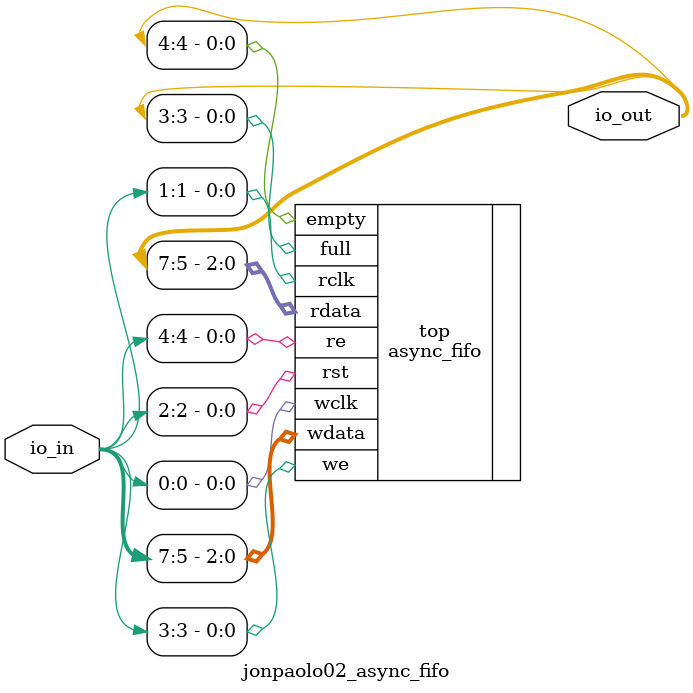
<source format=sv>
module jonpaolo02_async_fifo (
                              input [7:0] io_in,
                              output [7:0] io_out
                              );


  async_fifo #(.WIDTH(3), .DEPTH(4)) top
    (.rst(io_in[2]),

     .wclk(io_in[0]), .we(io_in[3]),
     .full(io_out[3]),
     .wdata(io_in[7:5]),

     .rclk(io_in[1]), .re(io_in[4]),
     .empty(io_out[4]),
     .rdata(io_out[7:5]));
endmodule

</source>
